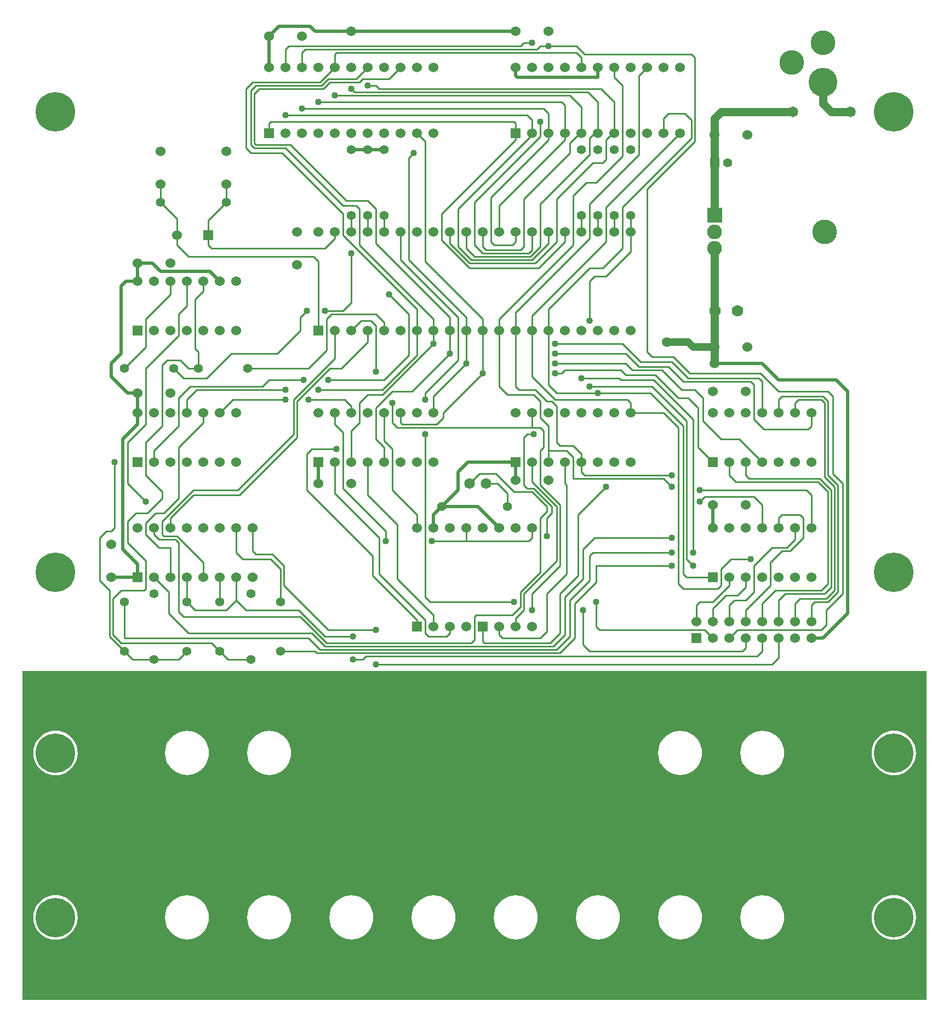
<source format=gbr>
G04 start of page 2 for group 0 idx 0 *
G04 Title: (unknown), top *
G04 Creator: pcb 20140316 *
G04 CreationDate: Fri 21 Oct 2016 04:41:03 PM GMT UTC *
G04 For: atommann *
G04 Format: Gerber/RS-274X *
G04 PCB-Dimensions (mil): 8000.00 8000.00 *
G04 PCB-Coordinate-Origin: lower left *
%MOIN*%
%FSLAX25Y25*%
%LNTOP*%
%ADD36C,0.0320*%
%ADD35C,0.2370*%
%ADD34C,0.0380*%
%ADD33C,0.1200*%
%ADD32C,0.1100*%
%ADD31C,0.1250*%
%ADD30C,0.1300*%
%ADD29C,0.0280*%
%ADD28C,0.0310*%
%ADD27C,0.0290*%
%ADD26C,0.0350*%
%ADD25C,0.0400*%
%ADD24C,0.2400*%
%ADD23C,0.1750*%
%ADD22C,0.1500*%
%ADD21C,0.0700*%
%ADD20C,0.0900*%
%ADD19C,0.0600*%
%ADD18C,0.0550*%
%ADD17C,0.0650*%
%ADD16C,0.0100*%
%ADD15C,0.0479*%
%ADD14C,0.0500*%
%ADD13C,0.0515*%
%ADD12C,0.0200*%
%ADD11C,0.0001*%
G54D11*G36*
X629979Y340000D02*X650000D01*
Y140000D01*
X629979D01*
Y176460D01*
X630000Y176458D01*
X632118Y176625D01*
X634185Y177121D01*
X636148Y177934D01*
X637960Y179045D01*
X639575Y180425D01*
X640955Y182040D01*
X642066Y183852D01*
X642879Y185815D01*
X643375Y187882D01*
X643500Y190000D01*
X643375Y192118D01*
X642879Y194185D01*
X642066Y196148D01*
X640955Y197960D01*
X639575Y199575D01*
X637960Y200955D01*
X636148Y202066D01*
X634185Y202879D01*
X632118Y203375D01*
X630000Y203542D01*
X629979Y203540D01*
Y276460D01*
X630000Y276458D01*
X632118Y276625D01*
X634185Y277121D01*
X636148Y277934D01*
X637960Y279045D01*
X639575Y280425D01*
X640955Y282040D01*
X642066Y283852D01*
X642879Y285815D01*
X643375Y287882D01*
X643500Y290000D01*
X643375Y292118D01*
X642879Y294185D01*
X642066Y296148D01*
X640955Y297960D01*
X639575Y299575D01*
X637960Y300955D01*
X636148Y302066D01*
X634185Y302879D01*
X632118Y303375D01*
X630000Y303542D01*
X629979Y303540D01*
Y340000D01*
G37*
G36*
X549979D02*X629979D01*
Y303540D01*
X627882Y303375D01*
X625815Y302879D01*
X623852Y302066D01*
X622040Y300955D01*
X620425Y299575D01*
X619045Y297960D01*
X617934Y296148D01*
X617121Y294185D01*
X616625Y292118D01*
X616458Y290000D01*
X616625Y287882D01*
X617121Y285815D01*
X617934Y283852D01*
X619045Y282040D01*
X620425Y280425D01*
X622040Y279045D01*
X623852Y277934D01*
X625815Y277121D01*
X627882Y276625D01*
X629979Y276460D01*
Y203540D01*
X627882Y203375D01*
X625815Y202879D01*
X623852Y202066D01*
X622040Y200955D01*
X620425Y199575D01*
X619045Y197960D01*
X617934Y196148D01*
X617121Y194185D01*
X616625Y192118D01*
X616458Y190000D01*
X616625Y187882D01*
X617121Y185815D01*
X617934Y183852D01*
X619045Y182040D01*
X620425Y180425D01*
X622040Y179045D01*
X623852Y177934D01*
X625815Y177121D01*
X627882Y176625D01*
X629979Y176460D01*
Y140000D01*
X549979D01*
Y176610D01*
X550000Y176609D01*
X552095Y176774D01*
X554138Y177264D01*
X556079Y178068D01*
X557871Y179166D01*
X559469Y180531D01*
X560834Y182129D01*
X561932Y183921D01*
X562736Y185862D01*
X563226Y187905D01*
X563350Y190000D01*
X563226Y192095D01*
X562736Y194138D01*
X561932Y196079D01*
X560834Y197871D01*
X559469Y199469D01*
X557871Y200834D01*
X556079Y201932D01*
X554138Y202736D01*
X552095Y203226D01*
X550000Y203391D01*
X549979Y203390D01*
Y276610D01*
X550000Y276609D01*
X552095Y276774D01*
X554138Y277264D01*
X556079Y278068D01*
X557871Y279166D01*
X559469Y280531D01*
X560834Y282129D01*
X561932Y283921D01*
X562736Y285862D01*
X563226Y287905D01*
X563350Y290000D01*
X563226Y292095D01*
X562736Y294138D01*
X561932Y296079D01*
X560834Y297871D01*
X559469Y299469D01*
X557871Y300834D01*
X556079Y301932D01*
X554138Y302736D01*
X552095Y303226D01*
X550000Y303391D01*
X549979Y303390D01*
Y340000D01*
G37*
G36*
X499979D02*X549979D01*
Y303390D01*
X547905Y303226D01*
X545862Y302736D01*
X543921Y301932D01*
X542129Y300834D01*
X540531Y299469D01*
X539166Y297871D01*
X538068Y296079D01*
X537264Y294138D01*
X536774Y292095D01*
X536609Y290000D01*
X536774Y287905D01*
X537264Y285862D01*
X538068Y283921D01*
X539166Y282129D01*
X540531Y280531D01*
X542129Y279166D01*
X543921Y278068D01*
X545862Y277264D01*
X547905Y276774D01*
X549979Y276610D01*
Y203390D01*
X547905Y203226D01*
X545862Y202736D01*
X543921Y201932D01*
X542129Y200834D01*
X540531Y199469D01*
X539166Y197871D01*
X538068Y196079D01*
X537264Y194138D01*
X536774Y192095D01*
X536609Y190000D01*
X536774Y187905D01*
X537264Y185862D01*
X538068Y183921D01*
X539166Y182129D01*
X540531Y180531D01*
X542129Y179166D01*
X543921Y178068D01*
X545862Y177264D01*
X547905Y176774D01*
X549979Y176610D01*
Y140000D01*
X499979D01*
Y176610D01*
X500000Y176609D01*
X502095Y176774D01*
X504138Y177264D01*
X506079Y178068D01*
X507871Y179166D01*
X509469Y180531D01*
X510834Y182129D01*
X511932Y183921D01*
X512736Y185862D01*
X513226Y187905D01*
X513350Y190000D01*
X513226Y192095D01*
X512736Y194138D01*
X511932Y196079D01*
X510834Y197871D01*
X509469Y199469D01*
X507871Y200834D01*
X506079Y201932D01*
X504138Y202736D01*
X502095Y203226D01*
X500000Y203391D01*
X499979Y203390D01*
Y276610D01*
X500000Y276609D01*
X502095Y276774D01*
X504138Y277264D01*
X506079Y278068D01*
X507871Y279166D01*
X509469Y280531D01*
X510834Y282129D01*
X511932Y283921D01*
X512736Y285862D01*
X513226Y287905D01*
X513350Y290000D01*
X513226Y292095D01*
X512736Y294138D01*
X511932Y296079D01*
X510834Y297871D01*
X509469Y299469D01*
X507871Y300834D01*
X506079Y301932D01*
X504138Y302736D01*
X502095Y303226D01*
X500000Y303391D01*
X499979Y303390D01*
Y340000D01*
G37*
G36*
X449979D02*X499979D01*
Y303390D01*
X497905Y303226D01*
X495862Y302736D01*
X493921Y301932D01*
X492129Y300834D01*
X490531Y299469D01*
X489166Y297871D01*
X488068Y296079D01*
X487264Y294138D01*
X486774Y292095D01*
X486609Y290000D01*
X486774Y287905D01*
X487264Y285862D01*
X488068Y283921D01*
X489166Y282129D01*
X490531Y280531D01*
X492129Y279166D01*
X493921Y278068D01*
X495862Y277264D01*
X497905Y276774D01*
X499979Y276610D01*
Y203390D01*
X497905Y203226D01*
X495862Y202736D01*
X493921Y201932D01*
X492129Y200834D01*
X490531Y199469D01*
X489166Y197871D01*
X488068Y196079D01*
X487264Y194138D01*
X486774Y192095D01*
X486609Y190000D01*
X486774Y187905D01*
X487264Y185862D01*
X488068Y183921D01*
X489166Y182129D01*
X490531Y180531D01*
X492129Y179166D01*
X493921Y178068D01*
X495862Y177264D01*
X497905Y176774D01*
X499979Y176610D01*
Y140000D01*
X449979D01*
Y176610D01*
X450000Y176609D01*
X452095Y176774D01*
X454138Y177264D01*
X456079Y178068D01*
X457871Y179166D01*
X459469Y180531D01*
X460834Y182129D01*
X461932Y183921D01*
X462736Y185862D01*
X463226Y187905D01*
X463350Y190000D01*
X463226Y192095D01*
X462736Y194138D01*
X461932Y196079D01*
X460834Y197871D01*
X459469Y199469D01*
X457871Y200834D01*
X456079Y201932D01*
X454138Y202736D01*
X452095Y203226D01*
X450000Y203391D01*
X449979Y203390D01*
Y340000D01*
G37*
G36*
X399979D02*X449979D01*
Y203390D01*
X447905Y203226D01*
X445862Y202736D01*
X443921Y201932D01*
X442129Y200834D01*
X440531Y199469D01*
X439166Y197871D01*
X438068Y196079D01*
X437264Y194138D01*
X436774Y192095D01*
X436609Y190000D01*
X436774Y187905D01*
X437264Y185862D01*
X438068Y183921D01*
X439166Y182129D01*
X440531Y180531D01*
X442129Y179166D01*
X443921Y178068D01*
X445862Y177264D01*
X447905Y176774D01*
X449979Y176610D01*
Y140000D01*
X399979D01*
Y176610D01*
X400000Y176609D01*
X402095Y176774D01*
X404138Y177264D01*
X406079Y178068D01*
X407871Y179166D01*
X409469Y180531D01*
X410834Y182129D01*
X411932Y183921D01*
X412736Y185862D01*
X413226Y187905D01*
X413350Y190000D01*
X413226Y192095D01*
X412736Y194138D01*
X411932Y196079D01*
X410834Y197871D01*
X409469Y199469D01*
X407871Y200834D01*
X406079Y201932D01*
X404138Y202736D01*
X402095Y203226D01*
X400000Y203391D01*
X399979Y203390D01*
Y340000D01*
G37*
G36*
X349979D02*X399979D01*
Y203390D01*
X397905Y203226D01*
X395862Y202736D01*
X393921Y201932D01*
X392129Y200834D01*
X390531Y199469D01*
X389166Y197871D01*
X388068Y196079D01*
X387264Y194138D01*
X386774Y192095D01*
X386609Y190000D01*
X386774Y187905D01*
X387264Y185862D01*
X388068Y183921D01*
X389166Y182129D01*
X390531Y180531D01*
X392129Y179166D01*
X393921Y178068D01*
X395862Y177264D01*
X397905Y176774D01*
X399979Y176610D01*
Y140000D01*
X349979D01*
Y176610D01*
X350000Y176609D01*
X352095Y176774D01*
X354138Y177264D01*
X356079Y178068D01*
X357871Y179166D01*
X359469Y180531D01*
X360834Y182129D01*
X361932Y183921D01*
X362736Y185862D01*
X363226Y187905D01*
X363350Y190000D01*
X363226Y192095D01*
X362736Y194138D01*
X361932Y196079D01*
X360834Y197871D01*
X359469Y199469D01*
X357871Y200834D01*
X356079Y201932D01*
X354138Y202736D01*
X352095Y203226D01*
X350000Y203391D01*
X349979Y203390D01*
Y340000D01*
G37*
G36*
X299979D02*X349979D01*
Y203390D01*
X347905Y203226D01*
X345862Y202736D01*
X343921Y201932D01*
X342129Y200834D01*
X340531Y199469D01*
X339166Y197871D01*
X338068Y196079D01*
X337264Y194138D01*
X336774Y192095D01*
X336609Y190000D01*
X336774Y187905D01*
X337264Y185862D01*
X338068Y183921D01*
X339166Y182129D01*
X340531Y180531D01*
X342129Y179166D01*
X343921Y178068D01*
X345862Y177264D01*
X347905Y176774D01*
X349979Y176610D01*
Y140000D01*
X299979D01*
Y176610D01*
X300000Y176609D01*
X302095Y176774D01*
X304138Y177264D01*
X306079Y178068D01*
X307871Y179166D01*
X309469Y180531D01*
X310834Y182129D01*
X311932Y183921D01*
X312736Y185862D01*
X313226Y187905D01*
X313350Y190000D01*
X313226Y192095D01*
X312736Y194138D01*
X311932Y196079D01*
X310834Y197871D01*
X309469Y199469D01*
X307871Y200834D01*
X306079Y201932D01*
X304138Y202736D01*
X302095Y203226D01*
X300000Y203391D01*
X299979Y203390D01*
Y340000D01*
G37*
G36*
X249979D02*X299979D01*
Y203390D01*
X297905Y203226D01*
X295862Y202736D01*
X293921Y201932D01*
X292129Y200834D01*
X290531Y199469D01*
X289166Y197871D01*
X288068Y196079D01*
X287264Y194138D01*
X286774Y192095D01*
X286609Y190000D01*
X286774Y187905D01*
X287264Y185862D01*
X288068Y183921D01*
X289166Y182129D01*
X290531Y180531D01*
X292129Y179166D01*
X293921Y178068D01*
X295862Y177264D01*
X297905Y176774D01*
X299979Y176610D01*
Y140000D01*
X249979D01*
Y176610D01*
X250000Y176609D01*
X252095Y176774D01*
X254138Y177264D01*
X256079Y178068D01*
X257871Y179166D01*
X259469Y180531D01*
X260834Y182129D01*
X261932Y183921D01*
X262736Y185862D01*
X263226Y187905D01*
X263350Y190000D01*
X263226Y192095D01*
X262736Y194138D01*
X261932Y196079D01*
X260834Y197871D01*
X259469Y199469D01*
X257871Y200834D01*
X256079Y201932D01*
X254138Y202736D01*
X252095Y203226D01*
X250000Y203391D01*
X249979Y203390D01*
Y276610D01*
X250000Y276609D01*
X252095Y276774D01*
X254138Y277264D01*
X256079Y278068D01*
X257871Y279166D01*
X259469Y280531D01*
X260834Y282129D01*
X261932Y283921D01*
X262736Y285862D01*
X263226Y287905D01*
X263350Y290000D01*
X263226Y292095D01*
X262736Y294138D01*
X261932Y296079D01*
X260834Y297871D01*
X259469Y299469D01*
X257871Y300834D01*
X256079Y301932D01*
X254138Y302736D01*
X252095Y303226D01*
X250000Y303391D01*
X249979Y303390D01*
Y340000D01*
G37*
G36*
X199979D02*X249979D01*
Y303390D01*
X247905Y303226D01*
X245862Y302736D01*
X243921Y301932D01*
X242129Y300834D01*
X240531Y299469D01*
X239166Y297871D01*
X238068Y296079D01*
X237264Y294138D01*
X236774Y292095D01*
X236609Y290000D01*
X236774Y287905D01*
X237264Y285862D01*
X238068Y283921D01*
X239166Y282129D01*
X240531Y280531D01*
X242129Y279166D01*
X243921Y278068D01*
X245862Y277264D01*
X247905Y276774D01*
X249979Y276610D01*
Y203390D01*
X247905Y203226D01*
X245862Y202736D01*
X243921Y201932D01*
X242129Y200834D01*
X240531Y199469D01*
X239166Y197871D01*
X238068Y196079D01*
X237264Y194138D01*
X236774Y192095D01*
X236609Y190000D01*
X236774Y187905D01*
X237264Y185862D01*
X238068Y183921D01*
X239166Y182129D01*
X240531Y180531D01*
X242129Y179166D01*
X243921Y178068D01*
X245862Y177264D01*
X247905Y176774D01*
X249979Y176610D01*
Y140000D01*
X199979D01*
Y176610D01*
X200000Y176609D01*
X202095Y176774D01*
X204138Y177264D01*
X206079Y178068D01*
X207871Y179166D01*
X209469Y180531D01*
X210834Y182129D01*
X211932Y183921D01*
X212736Y185862D01*
X213226Y187905D01*
X213350Y190000D01*
X213226Y192095D01*
X212736Y194138D01*
X211932Y196079D01*
X210834Y197871D01*
X209469Y199469D01*
X207871Y200834D01*
X206079Y201932D01*
X204138Y202736D01*
X202095Y203226D01*
X200000Y203391D01*
X199979Y203390D01*
Y276610D01*
X200000Y276609D01*
X202095Y276774D01*
X204138Y277264D01*
X206079Y278068D01*
X207871Y279166D01*
X209469Y280531D01*
X210834Y282129D01*
X211932Y283921D01*
X212736Y285862D01*
X213226Y287905D01*
X213350Y290000D01*
X213226Y292095D01*
X212736Y294138D01*
X211932Y296079D01*
X210834Y297871D01*
X209469Y299469D01*
X207871Y300834D01*
X206079Y301932D01*
X204138Y302736D01*
X202095Y303226D01*
X200000Y303391D01*
X199979Y303390D01*
Y340000D01*
G37*
G36*
X119979D02*X199979D01*
Y303390D01*
X197905Y303226D01*
X195862Y302736D01*
X193921Y301932D01*
X192129Y300834D01*
X190531Y299469D01*
X189166Y297871D01*
X188068Y296079D01*
X187264Y294138D01*
X186774Y292095D01*
X186609Y290000D01*
X186774Y287905D01*
X187264Y285862D01*
X188068Y283921D01*
X189166Y282129D01*
X190531Y280531D01*
X192129Y279166D01*
X193921Y278068D01*
X195862Y277264D01*
X197905Y276774D01*
X199979Y276610D01*
Y203390D01*
X197905Y203226D01*
X195862Y202736D01*
X193921Y201932D01*
X192129Y200834D01*
X190531Y199469D01*
X189166Y197871D01*
X188068Y196079D01*
X187264Y194138D01*
X186774Y192095D01*
X186609Y190000D01*
X186774Y187905D01*
X187264Y185862D01*
X188068Y183921D01*
X189166Y182129D01*
X190531Y180531D01*
X192129Y179166D01*
X193921Y178068D01*
X195862Y177264D01*
X197905Y176774D01*
X199979Y176610D01*
Y140000D01*
X119979D01*
Y176460D01*
X120000Y176458D01*
X122118Y176625D01*
X124185Y177121D01*
X126148Y177934D01*
X127960Y179045D01*
X129575Y180425D01*
X130955Y182040D01*
X132066Y183852D01*
X132879Y185815D01*
X133375Y187882D01*
X133500Y190000D01*
X133375Y192118D01*
X132879Y194185D01*
X132066Y196148D01*
X130955Y197960D01*
X129575Y199575D01*
X127960Y200955D01*
X126148Y202066D01*
X124185Y202879D01*
X122118Y203375D01*
X120000Y203542D01*
X119979Y203540D01*
Y276460D01*
X120000Y276458D01*
X122118Y276625D01*
X124185Y277121D01*
X126148Y277934D01*
X127960Y279045D01*
X129575Y280425D01*
X130955Y282040D01*
X132066Y283852D01*
X132879Y285815D01*
X133375Y287882D01*
X133500Y290000D01*
X133375Y292118D01*
X132879Y294185D01*
X132066Y296148D01*
X130955Y297960D01*
X129575Y299575D01*
X127960Y300955D01*
X126148Y302066D01*
X124185Y302879D01*
X122118Y303375D01*
X120000Y303542D01*
X119979Y303540D01*
Y340000D01*
G37*
G36*
X100000D02*X119979D01*
Y303540D01*
X117882Y303375D01*
X115815Y302879D01*
X113852Y302066D01*
X112040Y300955D01*
X110425Y299575D01*
X109045Y297960D01*
X107934Y296148D01*
X107121Y294185D01*
X106625Y292118D01*
X106458Y290000D01*
X106625Y287882D01*
X107121Y285815D01*
X107934Y283852D01*
X109045Y282040D01*
X110425Y280425D01*
X112040Y279045D01*
X113852Y277934D01*
X115815Y277121D01*
X117882Y276625D01*
X119979Y276460D01*
Y203540D01*
X117882Y203375D01*
X115815Y202879D01*
X113852Y202066D01*
X112040Y200955D01*
X110425Y199575D01*
X109045Y197960D01*
X107934Y196148D01*
X107121Y194185D01*
X106625Y192118D01*
X106458Y190000D01*
X106625Y187882D01*
X107121Y185815D01*
X107934Y183852D01*
X109045Y182040D01*
X110425Y180425D01*
X112040Y179045D01*
X113852Y177934D01*
X115815Y177121D01*
X117882Y176625D01*
X119979Y176460D01*
Y140000D01*
X100000D01*
Y340000D01*
G37*
G54D12*X160000Y533000D02*X154000Y527000D01*
Y519000D01*
X170000Y509000D02*X164000D01*
X154000Y519000D02*X164000Y509000D01*
X170000Y577000D02*X163000D01*
X160000Y574000D01*
Y533000D01*
X170000Y577000D02*Y588000D01*
X179000D02*X184000Y583000D01*
X170000Y588000D02*X179000D01*
X184000Y583000D02*X214000D01*
X220000Y577000D01*
X170000Y509000D02*Y490000D01*
X161000Y481000D01*
Y414000D01*
X170000Y405000D01*
Y397000D01*
X154000D01*
X280000Y454000D02*Y467000D01*
X350000Y427000D02*Y435000D01*
X355000Y440000D02*X377000D01*
X350000Y435000D02*X365000Y450000D01*
X377000Y440000D02*X390000Y427000D01*
X400000Y467000D02*Y456000D01*
X365000Y450000D02*Y461000D01*
X371000Y467000D01*
X400000D01*
X520000Y427000D02*Y441000D01*
X580000Y360000D02*X587000D01*
X602000Y375000D01*
Y510000D01*
X595000Y517000D01*
X560000D01*
X300000Y657000D02*X320000D01*
X250000Y707000D02*Y726000D01*
X256000Y732000D01*
X275000D01*
X278000Y729000D01*
X400000D01*
Y707000D02*Y702000D01*
X401000Y701000D01*
X450000D01*
Y707000D02*Y701000D01*
G54D13*X604000Y680000D02*X592000D01*
X587000Y685000D01*
Y695000D01*
G54D14*X568000Y680000D02*X525000D01*
X521000Y676000D01*
Y617000D02*Y676000D01*
Y597000D02*Y559000D01*
Y537000D01*
Y527000D02*Y537000D01*
G54D12*X560000Y517000D02*X550000Y527000D01*
X521000D01*
G54D15*X492000Y540000D02*X505000D01*
X508000Y537000D01*
X521000D01*
G54D16*X213000Y614000D02*X224000Y625000D01*
X194000Y615000D02*X184000Y625000D01*
X224000D02*Y636000D01*
X184000Y625000D02*Y636000D01*
X194000Y615000D02*Y599000D01*
X213000Y614000D02*Y599000D01*
X194000D02*X201000Y592000D01*
X213000Y599000D02*X215000Y597000D01*
X201000Y592000D02*X277000D01*
X228000Y505000D02*X220000Y497000D01*
X228000Y505000D02*X260000D01*
X206000Y511000D02*X260000D01*
X202000Y513000D02*X246000D01*
X290000Y530000D02*X265000Y505000D01*
X294000Y524000D02*X287000D01*
X280000Y547000D02*Y589000D01*
X284000Y559000D02*X295000D01*
X267000Y504000D02*X287000Y524000D01*
X274000D02*X237000D01*
X246000Y513000D02*X250000Y517000D01*
X271000D01*
X227000Y533000D02*X255000D01*
X273000Y559000D02*X269000Y555000D01*
Y547000D01*
X255000Y533000D01*
X205000Y566000D02*Y536000D01*
X207000Y534000D01*
Y524000D01*
X201000D01*
X190000Y569000D02*X175000Y554000D01*
X227000Y533000D02*X212000Y518000D01*
X198000D01*
X190000Y577000D02*Y569000D01*
X210000Y577000D02*Y571000D01*
X205000Y566000D01*
X200000Y577000D02*Y562000D01*
X195000Y557000D01*
Y544000D01*
X201000Y524000D02*X196000Y529000D01*
X188000D01*
X195000Y544000D02*X175000Y524000D01*
X188000Y529000D02*X185000Y526000D01*
X175000Y554000D02*Y537000D01*
X162000Y524000D01*
X175000D02*Y490000D01*
X185000Y489000D02*Y526000D01*
X195000Y489000D02*Y506000D01*
X202000Y513000D01*
X198000Y518000D02*X192000Y524000D01*
X200000Y505000D02*X206000Y511000D01*
X215000Y597000D02*X284000D01*
X290000Y603000D02*X284000Y597000D01*
X277000Y592000D02*X280000Y589000D01*
X258000Y655000D02*X295000Y618000D01*
X258000Y655000D02*X239000D01*
X236000Y658000D01*
X295000Y623000D02*X260000Y658000D01*
X241000D01*
X239000Y660000D01*
X263000D02*X242000D01*
X241000Y661000D01*
X310000Y447000D02*Y467000D01*
X340000Y435000D02*X325000Y450000D01*
Y475000D01*
X310000Y447000D02*X328000Y429000D01*
X320000Y476000D02*Y467000D01*
X321000Y425000D02*Y419000D01*
X313000Y410000D02*Y398000D01*
X340000Y371000D01*
Y367000D01*
X201000Y363000D02*X276000D01*
X198000Y373000D02*X269000D01*
X286000Y365000D02*X315000D01*
X267000Y504000D02*Y482000D01*
X232000Y447000D01*
X265000Y484000D02*X231000Y450000D01*
X265000Y505000D02*Y484000D01*
X325000Y475000D02*X320000Y480000D01*
X305000Y491000D02*X300000Y486000D01*
X315000Y481000D02*X320000Y476000D01*
X300000Y467000D02*Y486000D01*
X295000Y485000D02*Y451000D01*
X290000Y497000D02*Y490000D01*
X295000Y485000D01*
X291000Y475000D02*X276000D01*
X273000Y472000D01*
Y450000D01*
X320000Y480000D02*Y497000D01*
X305000Y503000D02*Y491000D01*
X315000Y500000D02*Y481000D01*
X328000Y488000D02*X325000Y491000D01*
X290000Y467000D02*Y448000D01*
X317000Y421000D01*
X295000Y451000D02*X321000Y425000D01*
X273000Y450000D02*X313000Y410000D01*
X210000Y497000D02*Y491000D01*
X195000Y476000D01*
X200000Y497000D02*Y505000D01*
X195000Y476000D02*Y445000D01*
X175000Y490000D02*X164000Y479000D01*
X185000Y489000D02*X175000Y479000D01*
X180000Y474000D02*X195000Y489000D01*
X164000Y479000D02*Y454000D01*
X175000Y479000D02*Y459000D01*
X180000Y467000D02*Y474000D01*
X164000Y454000D02*X175000Y443000D01*
Y459000D02*X185000Y449000D01*
Y445000D01*
X156000Y467000D02*Y427000D01*
X230000D02*Y412000D01*
X234000Y408000D01*
X240000Y427000D02*Y413000D01*
X257000Y402000D02*Y382000D01*
X259000Y404000D02*Y392000D01*
X286000Y365000D01*
X230000Y383000D02*X236000Y377000D01*
X268000D01*
X234000Y408000D02*X251000D01*
X257000Y402000D01*
X240000Y413000D02*X242000Y411000D01*
X252000D01*
X259000Y404000D01*
X408000Y419000D02*X349000D01*
X190000Y397000D02*Y415000D01*
X210000Y406000D02*Y397000D01*
X317000Y399000D02*Y421000D01*
X360000Y367000D02*Y363000D01*
X358000Y361000D01*
X347000D01*
X345000Y363000D01*
Y371000D01*
X380000Y358000D02*X381000Y357000D01*
X375000Y359000D02*X373000Y357000D01*
X285000D01*
X284000Y355000D02*X423000D01*
X281000Y353000D02*X425000D01*
X279000Y351000D02*X427000D01*
X345000Y371000D02*X317000Y399000D01*
X345000Y385000D02*X348000Y382000D01*
X403000Y388000D02*X415000Y400000D01*
X405000Y387000D02*X425000Y407000D01*
X410000Y387000D02*X427000Y404000D01*
X410000Y377000D02*Y387000D01*
X276000Y363000D02*X284000Y355000D01*
X257000Y352000D02*X278000D01*
X274000Y360000D02*X281000Y353000D01*
X268000Y377000D02*X284000Y361000D01*
X269000Y373000D02*X285000Y357000D01*
X284000Y361000D02*X301000D01*
X278000Y352000D02*X279000Y351000D01*
X301000Y347000D02*X307000D01*
X309000Y349000D01*
X348000Y382000D02*X399000D01*
X375000Y359000D02*Y373000D01*
X376000Y374000D01*
X398000D01*
X405000Y387000D02*Y377000D01*
X400000Y372000D01*
Y367000D01*
X403000Y379000D02*X398000Y374000D01*
X403000Y379000D02*Y388000D01*
X167000Y347000D02*X195000D01*
X239000D02*X225000D01*
X200000Y382000D02*Y397000D01*
Y382000D02*X205000Y377000D01*
X224000D01*
X230000Y383000D01*
Y397000D01*
X220000D02*Y382000D01*
X195000Y418000D02*Y376000D01*
X198000Y373000D01*
X194000Y422000D02*X210000Y406000D01*
X180000Y397000D02*X189000Y388000D01*
Y375000D01*
X175000Y407000D02*Y390000D01*
X190000Y433000D02*X204000Y447000D01*
X232000D01*
X204000Y450000D02*X185000Y431000D01*
X195000Y445000D02*X186000Y436000D01*
X181000D01*
X185000Y445000D02*X176000Y436000D01*
X231000Y450000D02*X204000D01*
X190000Y427000D02*Y433000D01*
X185000Y431000D02*Y423000D01*
X195000Y418000D02*X193000Y420000D01*
X183000D01*
X185000Y423000D02*X186000Y422000D01*
X194000D01*
X183000Y415000D02*X190000D01*
X180000Y427000D02*Y423000D01*
X183000Y420000D01*
X175000Y430000D02*Y423000D01*
X181000Y436000D02*X175000Y430000D01*
Y423000D02*X183000Y415000D01*
X176000Y436000D02*X169000D01*
X164000Y431000D01*
Y418000D01*
X156000Y427000D02*X154000Y425000D01*
X151000D01*
X147000Y421000D01*
X164000Y418000D02*X175000Y407000D01*
X147000Y421000D02*Y395000D01*
X153000Y389000D01*
X195000Y347000D02*X200000Y352000D01*
X225000Y347000D02*X215000Y357000D01*
X189000Y375000D02*X201000Y363000D01*
X162000Y382000D02*Y360000D01*
X175000Y390000D02*X174000Y389000D01*
X160000D01*
X155000Y384000D01*
Y362000D01*
X162000Y360000D02*X274000D01*
X160000Y357000D02*X215000D01*
X155000Y362000D02*X160000Y357000D01*
X167000Y347000D02*X153000Y361000D01*
Y389000D01*
X427000Y387000D02*X438000Y398000D01*
X419000Y387000D02*X431000Y399000D01*
X438000Y398000D02*Y435000D01*
X430000Y385000D02*X441000Y396000D01*
Y414000D01*
X419000Y433000D02*Y422000D01*
X410000Y421000D02*Y427000D01*
X370000D02*Y419000D01*
X340000Y427000D02*Y435000D01*
X425000Y407000D02*Y440000D01*
X415000Y433000D02*Y400000D01*
X425000Y501000D02*Y479000D01*
X427000Y477000D01*
X435000D01*
X410000Y497000D02*Y488000D01*
X411000Y484000D02*X407000D01*
X405000Y482000D01*
X415000Y488000D02*X417000Y486000D01*
X328000Y488000D02*X415000D01*
X328000Y429000D02*Y396000D01*
X350000Y374000D01*
Y367000D02*Y374000D01*
X345000Y484000D02*Y385000D01*
X380000Y367000D02*Y358000D01*
X390000Y362000D02*X392000Y360000D01*
X390000Y367000D02*Y362000D01*
X427000Y363000D02*Y387000D01*
X423000Y355000D02*X430000Y362000D01*
Y385000D01*
X427000Y363000D02*X421000Y357000D01*
X419000Y364000D02*Y387000D01*
X415000Y360000D02*X419000Y364000D01*
X392000Y360000D02*X415000D01*
X381000Y357000D02*X421000D01*
X451000Y365000D02*X449000Y367000D01*
Y382000D01*
X410000Y467000D02*Y455000D01*
X405000Y482000D02*Y453000D01*
X420000Y467000D02*Y489000D01*
X417000Y486000D02*Y476000D01*
X415000Y474000D01*
Y453000D01*
X405000D02*X407000Y451000D01*
X411000D01*
X422000Y440000D01*
Y436000D01*
X419000Y433000D01*
X410000Y455000D02*X425000Y440000D01*
X508000Y493000D02*Y412000D01*
X504000Y492000D02*Y408000D01*
X502000Y489000D02*Y399000D01*
X499000Y488000D02*Y393000D01*
X309000Y349000D02*X547000D01*
X425000Y353000D02*X433000Y361000D01*
X427000Y351000D02*X436000Y360000D01*
X441000Y356000D02*X445000Y352000D01*
X315000Y344000D02*X556000D01*
X540000Y354000D02*Y360000D01*
X523000Y390000D02*X525000Y392000D01*
X499000Y393000D02*X502000Y390000D01*
X523000D02*X502000D01*
X525000Y392000D02*Y402000D01*
X531000Y408000D01*
X543000D01*
X504000D02*X508000Y404000D01*
X502000Y399000D02*X504000Y397000D01*
X520000D02*X504000D01*
X515000Y446000D02*X545000D01*
X550000Y441000D01*
Y427000D01*
X433000Y361000D02*Y383000D01*
X445000Y395000D01*
X436000Y360000D02*Y381000D01*
X449000Y394000D01*
X441000Y377000D02*Y356000D01*
X512000Y443000D02*X515000Y446000D01*
X435000Y457000D02*X490000D01*
X495000Y452000D01*
Y412000D02*X447000D01*
X445000Y410000D01*
Y395000D01*
X449000Y404000D02*X495000D01*
X449000Y394000D02*Y404000D01*
X415000Y453000D02*X427000Y441000D01*
Y404000D01*
X547000Y349000D02*X550000Y352000D01*
X556000Y344000D02*X560000Y348000D01*
Y360000D01*
X550000Y352000D02*Y360000D01*
X535000Y365000D02*X530000Y360000D01*
X445000Y352000D02*X538000D01*
X540000Y354000D01*
X520000Y360000D02*X515000Y365000D01*
X451000D01*
X520000Y467000D02*X511000Y476000D01*
X490000Y497000D02*X470000D01*
X490000D02*X499000Y488000D01*
X511000Y476000D02*Y500000D01*
X525000Y481000D02*X514000Y492000D01*
X430000Y454000D02*Y467000D01*
X431000Y453000D02*X430000Y454000D01*
X420000Y474000D02*X431000D01*
X419000Y440000D02*X410000Y449000D01*
X395000Y448000D02*Y440000D01*
X389000Y454000D02*X395000Y448000D01*
X382000Y454000D02*X389000D01*
X399000Y449000D02*X388000Y460000D01*
X378000D01*
X372000Y454000D01*
X438000Y435000D02*X455000Y452000D01*
X448000Y421000D02*X495000D01*
X435000Y477000D02*X440000Y472000D01*
X435000Y470000D02*X431000Y474000D01*
X442000Y459000D02*X440000Y461000D01*
X435000Y470000D02*Y457000D01*
X440000Y472000D02*Y461000D01*
X495000Y459000D02*X442000D01*
X408000Y419000D02*X410000Y421000D01*
Y449000D02*X399000D01*
X415000Y433000D02*X419000Y437000D01*
Y440000D01*
X431000Y399000D02*Y453000D01*
X441000Y414000D02*X448000Y421000D01*
X550000Y467000D02*X536000Y481000D01*
X530000Y467000D02*Y459000D01*
X534000Y455000D01*
X540000Y467000D02*Y459000D01*
X542000Y457000D01*
X545000Y493000D02*X551000Y487000D01*
X536000Y481000D02*X525000D01*
X514000Y492000D02*Y506000D01*
X543000Y516000D02*X502000D01*
X548000Y518000D02*X505000D01*
X545000Y493000D02*Y514000D01*
X543000Y516000D01*
X550000Y497000D02*Y516000D01*
X548000Y518000D01*
X549000Y521000D02*X560000Y510000D01*
X506000Y521000D02*X549000D01*
X551000Y487000D02*X578000D01*
X580000Y489000D01*
X586000Y505000D02*X588000Y503000D01*
X587000Y507000D02*X590000Y504000D01*
X588000Y503000D02*Y458000D01*
X590000Y504000D02*Y459000D01*
X593000Y507000D02*Y460000D01*
X580000Y489000D02*Y497000D01*
X570000D02*Y503000D01*
X572000Y505000D01*
X586000D01*
X560000Y497000D02*Y505000D01*
X562000Y507000D01*
X587000D01*
X560000Y510000D02*X590000D01*
X593000Y507000D01*
X530000Y397000D02*Y392000D01*
X520000Y382000D01*
X512000D02*X510000Y380000D01*
X533000Y383000D02*X530000Y380000D01*
X540000Y397000D02*Y391000D01*
X535000Y386000D01*
X528000D01*
X545000Y388000D02*X540000Y383000D01*
X533000D01*
X520000Y382000D02*X512000D01*
X510000Y380000D02*Y370000D01*
X528000Y386000D02*X520000Y378000D01*
Y370000D01*
X530000Y380000D02*Y370000D01*
X570000Y427000D02*Y420000D01*
X560000Y427000D02*Y433000D01*
X562000Y435000D01*
X575000Y433000D02*Y421000D01*
X512000Y450000D02*X577000D01*
X562000Y435000D02*X573000D01*
X575000Y433000D01*
X580000Y447000D02*Y427000D01*
X570000Y420000D02*X565000Y415000D01*
X575000Y421000D02*X567000Y413000D01*
X565000Y415000D02*X556000D01*
X545000Y404000D01*
X567000Y413000D02*X562000D01*
X555000Y406000D01*
X545000Y404000D02*Y388000D01*
X555000Y406000D02*Y392000D01*
X586000Y389000D02*X558000D01*
X588000Y387000D02*X564000D01*
X589000Y384000D02*X573000D01*
X570000Y381000D01*
X590000Y382000D02*X582000D01*
X580000Y380000D01*
X590000Y449000D02*Y393000D01*
X586000Y389000D01*
X592000Y450000D02*Y391000D01*
X588000Y387000D01*
X594000Y452000D02*Y389000D01*
X596000Y453000D02*Y388000D01*
X599000Y454000D02*Y387000D01*
X594000Y389000D02*X589000Y384000D01*
X596000Y388000D02*X590000Y382000D01*
X599000Y387000D02*X589000Y377000D01*
Y368000D01*
X586000Y365000D01*
X555000Y392000D02*X540000Y377000D01*
Y370000D01*
X558000Y389000D02*X550000Y381000D01*
Y370000D01*
X564000Y387000D02*X560000Y383000D01*
Y370000D01*
X570000Y381000D02*Y370000D01*
X580000Y380000D02*Y370000D01*
X586000Y365000D02*X535000D01*
X534000Y455000D02*X584000D01*
X542000Y457000D02*X585000D01*
X584000Y455000D02*X590000Y449000D01*
X585000Y457000D02*X592000Y450000D01*
X588000Y458000D02*X594000Y452000D01*
X577000Y450000D02*X580000Y447000D01*
X590000Y459000D02*X596000Y453000D01*
X593000Y460000D02*X599000Y454000D01*
X480000Y707000D02*X475000Y702000D01*
X503000Y679000D02*X493000D01*
X490000Y676000D01*
Y667000D01*
X507000Y675000D02*X503000Y679000D01*
X445000Y624000D02*X475000Y654000D01*
X500000Y667000D02*X455000Y622000D01*
X509000Y662000D02*X480000Y633000D01*
X507000Y664000D02*X465000Y622000D01*
X442000Y715000D02*X507000D01*
X509000Y713000D01*
Y662000D01*
X507000Y675000D02*Y664000D01*
X475000Y702000D02*Y654000D01*
X455000Y663000D02*X460000Y668000D01*
X445000Y654000D02*Y664000D01*
X450000Y669000D01*
X460000Y668000D02*Y686000D01*
X450000D02*Y669000D01*
X433000Y655000D02*Y661000D01*
X440000Y668000D01*
Y683000D01*
X433000Y690000D01*
X453000Y585000D02*X465000Y597000D01*
X460000Y701000D02*X465000Y696000D01*
Y653000D01*
X460000Y707000D02*Y701000D01*
X445000Y603000D02*Y624000D01*
X425000Y601000D02*Y627000D01*
X430000Y607000D02*Y601000D01*
X435000Y629000D02*X443000Y637000D01*
X449000D01*
X425000Y627000D02*X447000Y649000D01*
X453000D01*
X385000Y628000D02*X420000Y663000D01*
X435000Y629000D02*Y599000D01*
X449000Y637000D02*X465000Y653000D01*
X453000Y649000D02*X455000Y651000D01*
Y663000D01*
X405000Y598000D02*Y627000D01*
X415000Y598000D02*Y624000D01*
X470000Y617000D02*Y595000D01*
X455000Y601000D02*Y622000D01*
X465000Y597000D02*Y622000D01*
X440000Y707000D02*Y713000D01*
X437000Y716000D01*
X415000Y720000D02*X413000Y718000D01*
X410000Y722000D02*X405000D01*
X403000Y720000D01*
X399000Y674000D02*X400000Y673000D01*
Y663000D01*
X410000Y675000D02*X407000Y678000D01*
X410000Y666000D02*Y675000D01*
X415000Y665000D02*Y674000D01*
X420000Y679000D02*X417000Y682000D01*
X420000Y663000D02*Y679000D01*
X430000Y684000D02*X428000Y686000D01*
X430000Y663000D02*Y684000D01*
X290000Y607000D02*Y603000D01*
X295000Y618000D02*Y605000D01*
X315000Y600000D02*Y621000D01*
X305000Y599000D02*Y621000D01*
X330000Y607000D02*Y590000D01*
X290000Y530000D02*Y547000D01*
X288000Y557000D02*X285000Y554000D01*
Y535000D01*
X274000Y524000D01*
X300000Y501000D02*X296000Y505000D01*
X300000Y497000D02*Y501000D01*
X296000Y505000D02*X274000D01*
X310000Y540000D02*X294000Y524000D01*
X310000Y508000D02*X305000Y503000D01*
X280000Y511000D02*X319000D01*
X286000Y517000D02*X320000D01*
X310000Y508000D02*X319000D01*
X325000Y510000D02*X315000Y500000D01*
X325000Y491000D02*Y503000D01*
X315000Y550000D02*Y522000D01*
Y557000D02*X288000D01*
X350000Y554000D02*X305000Y599000D01*
X335000Y557000D02*X323000Y569000D01*
X300000Y564000D02*X295000Y559000D01*
X340000Y560000D02*Y532000D01*
X360000Y555000D02*Y533000D01*
X350000Y554000D02*Y539000D01*
X330000Y590000D02*X365000Y555000D01*
X295000Y605000D02*X340000Y560000D01*
X360000Y555000D02*X315000Y600000D01*
X300000Y594000D02*Y564000D01*
X320000Y547000D02*Y552000D01*
X315000Y557000D01*
X310000Y547000D02*Y540000D01*
X300000Y547000D02*X306000Y553000D01*
X312000D01*
X315000Y550000D01*
X340000Y532000D02*X319000Y511000D01*
X320000Y517000D02*X335000Y532000D01*
Y557000D01*
X350000Y539000D02*X319000Y508000D01*
X337000Y510000D02*X325000D01*
X370000Y555000D02*Y527000D01*
X365000Y555000D02*Y529000D01*
X380000Y554000D02*Y521000D01*
X390000Y554000D02*Y513000D01*
X400000Y558000D02*Y513000D01*
X410000Y556000D02*Y519000D01*
X420000Y560000D02*Y514000D01*
X390000Y513000D02*X395000Y508000D01*
X411000D01*
X415000Y504000D01*
Y494000D02*Y504000D01*
X400000Y513000D02*X402000Y511000D01*
X412000D01*
X419000Y504000D01*
X422000D01*
X425000Y501000D01*
X410000Y519000D02*X424000Y505000D01*
X420000Y514000D02*X425000Y509000D01*
X330000Y497000D02*Y491000D01*
X331000Y490000D01*
X360000Y533000D02*X337000Y510000D01*
X370000Y527000D02*X350000Y507000D01*
X365000Y529000D02*X345000Y509000D01*
X380000Y521000D02*X356000Y497000D01*
X331000Y490000D02*X352000D01*
X356000Y494000D01*
X350000Y507000D02*Y497000D01*
X345000Y509000D02*Y505000D01*
X356000Y497000D02*Y494000D01*
X445000Y585000D02*X453000D01*
X470000Y595000D02*X455000Y580000D01*
X448000D01*
X480000Y633000D02*Y534000D01*
X400000Y601000D02*X398000Y599000D01*
X387000D01*
X382000Y596000D02*X403000D01*
X408000Y594000D02*X380000D01*
X375000Y599000D01*
X409000Y592000D02*X375000D01*
X387000Y599000D02*X385000Y601000D01*
Y628000D01*
X410000Y590000D02*X373000D01*
X412000Y588000D02*X372000D01*
X414000Y585000D02*X372000D01*
X380000Y607000D02*Y598000D01*
X382000Y596000D01*
X370000Y607000D02*Y597000D01*
X375000Y592000D01*
X365000Y598000D02*Y621000D01*
X375000Y599000D02*Y625000D01*
X373000Y590000D02*X365000Y598000D01*
X372000Y588000D02*X360000Y600000D01*
Y607000D01*
X372000Y585000D02*X355000Y602000D01*
Y618000D01*
X380000Y554000D02*X345000Y589000D01*
X370000Y555000D02*X335000Y590000D01*
Y652000D02*X338000Y655000D01*
X335000Y590000D02*Y652000D01*
X345000Y589000D02*Y662000D01*
X400000Y607000D02*Y601000D01*
X403000Y596000D02*X405000Y598000D01*
X410000Y607000D02*Y596000D01*
X408000Y594000D01*
X415000Y598000D02*X409000Y592000D01*
X420000Y607000D02*Y600000D01*
X410000Y590000D01*
X435000Y599000D02*X390000Y554000D01*
X430000Y601000D02*X414000Y585000D01*
X425000Y601000D02*X412000Y588000D01*
X420000Y560000D02*X445000Y585000D01*
X448000Y580000D02*X445000Y577000D01*
Y553000D01*
X455000Y601000D02*X410000Y556000D01*
X400000Y558000D02*X445000Y603000D01*
X467000Y533000D02*X475000Y525000D01*
X470000Y497000D02*Y503000D01*
X468000Y505000D01*
X476000Y528000D02*X465000Y539000D01*
X489000Y523000D02*X471000D01*
X485000Y520000D02*X467000D01*
X484000Y517000D02*X464000D01*
X467000Y520000D02*X464000Y523000D01*
X505000Y506000D02*X511000Y500000D01*
X489000Y523000D02*X501000Y511000D01*
X502000Y516000D02*X493000Y525000D01*
X499000Y506000D02*X485000Y520000D01*
X480000Y534000D02*X483000Y531000D01*
X496000D01*
X495000Y528000D02*X476000D01*
X493000Y525000D02*X475000D01*
X506000Y521000D02*X496000Y531000D01*
X505000Y518000D02*X495000Y528000D01*
X501000Y511000D02*X509000D01*
X514000Y506000D01*
X499000D02*X505000D01*
X508000Y493000D02*X484000Y517000D01*
X482000Y509000D02*X502000Y489000D01*
X483000Y513000D02*X504000Y492000D01*
X424000Y527000D02*X467000D01*
X471000Y523000D01*
X463000Y518000D02*X464000Y517000D01*
X440000Y518000D02*X463000D01*
X428000Y521000D02*X430000Y523000D01*
X464000D01*
X424000Y533000D02*X467000D01*
X424000Y539000D02*X465000D01*
X425000Y509000D02*X482000D01*
X445000Y513000D02*X483000D01*
X468000Y505000D02*X424000D01*
X420000Y489000D02*X415000Y494000D01*
X424000Y521000D02*X428000D01*
X320000Y607000D02*Y617000D01*
X310000Y607000D02*Y617000D01*
X300000Y607000D02*Y617000D01*
X460000Y607000D02*Y617000D01*
X450000Y607000D02*Y617000D01*
X440000Y607000D02*Y617000D01*
X365000Y621000D02*X410000Y666000D01*
X355000Y618000D02*X400000Y663000D01*
X390000Y607000D02*Y623000D01*
X345000Y662000D02*X340000Y667000D01*
X415000Y665000D02*X375000Y625000D01*
X430000Y663000D02*X390000Y623000D01*
X433000Y655000D02*X405000Y627000D01*
X445000Y654000D02*X415000Y624000D01*
X295000Y623000D02*X303000D01*
X297000Y626000D02*X263000Y660000D01*
X303000Y623000D02*X305000Y621000D01*
X297000Y626000D02*X310000D01*
X315000Y621000D01*
X302000Y692000D02*X444000D01*
X450000Y686000D01*
X452000Y694000D02*X460000Y686000D01*
X317000Y694000D02*X452000D01*
X251000Y674000D02*X399000D01*
X407000Y678000D02*X260000D01*
X417000Y682000D02*X270000D01*
X280000Y686000D02*X428000D01*
X433000Y690000D02*X290000D01*
X300000Y694000D02*X302000Y692000D01*
X310000Y696000D02*X315000D01*
X310000Y707000D02*X303000Y700000D01*
X323000D02*X330000Y707000D01*
X315000Y696000D02*X317000Y694000D01*
X437000Y716000D02*X291000D01*
X413000Y718000D02*X272000D01*
X270000Y716000D01*
X403000Y720000D02*X262000D01*
X260000Y718000D01*
X415000Y720000D02*X437000D01*
X270000Y716000D02*Y707000D01*
X260000Y718000D02*Y707000D01*
X291000Y716000D02*X290000Y715000D01*
Y707000D01*
X323000Y700000D02*X307000D01*
X283000Y694000D02*X287000Y698000D01*
X305000D01*
X437000Y720000D02*X442000Y715000D01*
X282000Y696000D02*X286000Y700000D01*
X281000Y698000D02*X290000Y707000D01*
X236000Y694000D02*X240000Y698000D01*
X239000Y693000D02*X242000Y696000D01*
X241000Y691000D02*X244000Y694000D01*
X305000Y698000D02*X307000Y700000D01*
X286000D02*X303000D01*
X281000Y698000D02*X240000D01*
X282000Y696000D02*X242000D01*
X283000Y694000D02*X244000D01*
X236000D02*Y658000D01*
X239000Y693000D02*Y660000D01*
X241000Y691000D02*Y661000D01*
X250000Y667000D02*Y673000D01*
X251000Y674000D01*
G54D17*X372000Y454000D03*
X382000D03*
G54D18*X355000Y440000D03*
X395000D03*
G54D11*G36*
X337000Y370000D02*Y364000D01*
X343000D01*
Y370000D01*
X337000D01*
G37*
G54D19*X350000Y367000D03*
X360000D03*
X370000D03*
G54D11*G36*
X377000Y370000D02*Y364000D01*
X383000D01*
Y370000D01*
X377000D01*
G37*
G54D19*X390000Y367000D03*
X400000D03*
X410000D03*
X370000Y427000D03*
X410000D03*
X400000D03*
X390000D03*
X380000D03*
X360000D03*
X350000D03*
X340000D03*
G54D11*G36*
X277000Y470000D02*Y464000D01*
X283000D01*
Y470000D01*
X277000D01*
G37*
G54D19*X290000Y467000D03*
X300000D03*
X310000D03*
X320000D03*
X330000D03*
X280000Y454000D03*
X300000D03*
G54D11*G36*
X397000Y470000D02*Y464000D01*
X403000D01*
Y470000D01*
X397000D01*
G37*
G54D19*X400000Y497000D03*
X340000Y467000D03*
X350000D03*
Y497000D03*
X340000D03*
X520000Y510000D03*
X521000Y666000D03*
Y537000D03*
G54D11*G36*
X518314Y651750D02*Y646250D01*
X523814D01*
Y651750D01*
X518314D01*
G37*
G54D19*X540000Y510000D03*
X541000Y537000D03*
G54D20*X521000Y607000D03*
Y597000D03*
G54D18*X528936Y649000D03*
G54D21*X521111Y559000D03*
X534889D03*
G54D11*G36*
X516500Y621500D02*Y612500D01*
X525500D01*
Y621500D01*
X516500D01*
G37*
G54D18*X470000Y617000D03*
X460000D03*
X450000D03*
X440000D03*
G54D19*X470000Y607000D03*
G54D22*X588000D03*
G54D19*X460000D03*
X450000D03*
X440000D03*
X430000D03*
X420000D03*
G54D18*X470000Y657000D03*
X460000D03*
X450000D03*
X440000D03*
G54D19*X520000Y441000D03*
X400000Y456000D03*
X420000D03*
X410000Y467000D03*
X420000D03*
X430000D03*
X440000D03*
X450000D03*
X460000D03*
X470000D03*
Y497000D03*
X460000D03*
X450000D03*
X440000D03*
X430000D03*
X420000D03*
X410000D03*
X360000Y547000D03*
X370000D03*
X380000D03*
X390000D03*
X400000D03*
X410000D03*
X420000D03*
X430000D03*
X440000D03*
X450000D03*
X460000D03*
X470000D03*
X540000Y441000D03*
X560000Y467000D03*
X570000D03*
X580000D03*
G54D11*G36*
X517000Y470000D02*Y464000D01*
X523000D01*
Y470000D01*
X517000D01*
G37*
G54D19*X530000Y467000D03*
X540000D03*
X550000D03*
X580000Y497000D03*
X570000D03*
X560000D03*
X550000D03*
X540000D03*
X530000D03*
X520000D03*
G54D17*X568500Y680000D03*
G54D19*X541000Y666000D03*
G54D23*X587000Y698000D03*
G54D22*Y722000D03*
X568000Y710000D03*
G54D17*X603500Y680000D03*
G54D24*X630000D03*
G54D19*X280000Y667000D03*
X290000D03*
X300000D03*
X310000D03*
X320000D03*
X330000D03*
Y707000D03*
X320000D03*
X310000D03*
X300000D03*
X290000D03*
X280000D03*
X340000Y667000D03*
X350000D03*
Y707000D03*
X340000D03*
G54D11*G36*
X397000Y670000D02*Y664000D01*
X403000D01*
Y670000D01*
X397000D01*
G37*
G54D19*X410000Y667000D03*
X420000D03*
X430000D03*
Y707000D03*
X420000D03*
X410000D03*
X400000D03*
X440000Y667000D03*
X450000D03*
X460000D03*
X470000D03*
X480000D03*
X490000D03*
X500000D03*
Y707000D03*
X490000D03*
X480000D03*
X470000D03*
X460000D03*
X450000D03*
X440000D03*
G54D11*G36*
X507000Y363000D02*Y357000D01*
X513000D01*
Y363000D01*
X507000D01*
G37*
G54D19*X510000Y370000D03*
X520000Y360000D03*
Y370000D03*
X530000Y360000D03*
Y370000D03*
X540000Y360000D03*
Y370000D03*
G54D11*G36*
X517000Y400000D02*Y394000D01*
X523000D01*
Y400000D01*
X517000D01*
G37*
G54D19*X530000Y397000D03*
X540000D03*
X550000D03*
X560000D03*
X570000D03*
X580000D03*
G54D24*X630000Y290000D03*
Y400000D03*
G54D19*X550000Y360000D03*
Y370000D03*
X560000Y360000D03*
X570000D03*
X580000D03*
X560000Y370000D03*
X570000D03*
X580000D03*
Y427000D03*
X570000D03*
X560000D03*
X550000D03*
X540000D03*
X530000D03*
X520000D03*
G54D24*X630000Y190000D03*
G54D19*X154000Y397000D03*
Y417000D03*
G54D11*G36*
X167000Y400000D02*Y394000D01*
X173000D01*
Y400000D01*
X167000D01*
G37*
G54D19*X180000Y397000D03*
X190000D03*
X170000Y427000D03*
G54D18*X180000Y347000D03*
Y387000D03*
X162000Y352000D03*
Y382000D03*
G54D19*X210000Y427000D03*
X200000D03*
X190000D03*
X180000D03*
G54D18*X200000Y382000D03*
G54D24*X120000Y400000D03*
Y290000D03*
Y190000D03*
G54D11*G36*
X167000Y470000D02*Y464000D01*
X173000D01*
Y470000D01*
X167000D01*
G37*
G54D19*X180000Y467000D03*
X190000D03*
X200000D03*
X210000D03*
X220000D03*
X230000D03*
X200000Y397000D03*
X210000D03*
X220000D03*
X230000D03*
X240000D03*
Y427000D03*
X230000D03*
X220000D03*
G54D18*X239000Y347000D03*
Y387000D03*
X200000Y352000D03*
X220000D03*
Y382000D03*
X257000D03*
Y352000D03*
G54D19*X250000Y726000D03*
X270000D03*
X224000Y636000D03*
G54D18*Y625000D03*
G54D19*Y656000D03*
G54D11*G36*
X247000Y670000D02*Y664000D01*
X253000D01*
Y670000D01*
X247000D01*
G37*
G54D19*X260000Y667000D03*
Y707000D03*
X250000D03*
X330000Y497000D03*
X320000D03*
X310000D03*
X300000D03*
X290000D03*
X280000D03*
G54D18*X237000Y524000D03*
G54D11*G36*
X277000Y550000D02*Y544000D01*
X283000D01*
Y550000D01*
X277000D01*
G37*
G54D19*X290000Y547000D03*
X300000D03*
X310000D03*
X320000D03*
X330000D03*
X340000D03*
X350000D03*
X400000Y729000D03*
X420000D03*
X410000Y607000D03*
X400000D03*
X390000D03*
X380000D03*
X370000D03*
X360000D03*
X267000D03*
Y587000D03*
G54D18*X300000Y617000D03*
G54D19*Y607000D03*
X290000D03*
X280000D03*
G54D18*X320000Y657000D03*
Y617000D03*
X300000Y657000D03*
X310000D03*
Y617000D03*
G54D19*X350000Y607000D03*
X340000D03*
X330000D03*
X320000D03*
X310000D03*
X270000Y667000D03*
Y707000D03*
X170000Y588000D03*
X190000D03*
G54D11*G36*
X210000Y608000D02*Y602000D01*
X216000D01*
Y608000D01*
X210000D01*
G37*
G54D19*X193800Y605000D03*
X184000Y636000D03*
Y656000D03*
G54D18*Y625000D03*
G54D24*X120000Y680000D03*
G54D19*X170000Y509000D03*
G54D18*X162000Y524000D03*
G54D19*X190000Y497000D03*
X180000D03*
X170000D03*
X200000Y547000D03*
X210000D03*
X220000D03*
X230000D03*
Y577000D03*
X220000D03*
X210000D03*
X200000D03*
X230000Y497000D03*
X220000D03*
X210000D03*
X200000D03*
G54D18*X207000Y524000D03*
G54D19*X190000Y577000D03*
X180000D03*
X170000D03*
X190000Y509000D03*
G54D11*G36*
X167000Y550000D02*Y544000D01*
X173000D01*
Y550000D01*
X167000D01*
G37*
G54D19*X180000Y547000D03*
X190000D03*
G54D18*X192000Y524000D03*
G54D25*X175000Y443000D03*
X156000Y467000D03*
X260000Y511000D03*
X280000D03*
X260000Y505000D03*
X274000D03*
X271000Y517000D03*
X286000D03*
X291000Y475000D03*
X321000Y419000D03*
X349000D03*
X455000Y452000D03*
X419000Y422000D03*
X411000Y484000D03*
X345000D03*
X325000Y503000D03*
X345000Y505000D03*
X301000Y361000D03*
X315000Y365000D03*
X301000Y347000D03*
X315000Y344000D03*
X410000Y377000D03*
X399000Y382000D03*
X441000Y377000D03*
X449000Y382000D03*
X420000Y720000D03*
X410000Y722000D03*
G54D19*X300000Y729000D03*
G54D25*Y694000D03*
X310000Y696000D03*
X338000Y655000D03*
X260000Y678000D03*
X270000Y682000D03*
X415000Y674000D03*
X280000Y686000D03*
X290000Y690000D03*
X450000Y509000D03*
X440000Y518000D03*
X445000Y513000D03*
X495000Y459000D03*
X512000Y450000D03*
X495000Y452000D03*
X512000Y443000D03*
X495000Y421000D03*
X543000Y408000D03*
X495000Y412000D03*
X508000D03*
X445000Y553000D03*
G54D19*X492000Y540000D03*
X521000Y527000D03*
G54D25*X508000Y404000D03*
X495000D03*
X273000Y559000D03*
X323000Y569000D03*
X350000Y539000D03*
X360000Y533000D03*
X370000Y527000D03*
X300000Y594000D03*
X284000Y559000D03*
X380000Y521000D03*
X315000Y522000D03*
X424000Y539000D03*
Y533000D03*
Y527000D03*
Y521000D03*
G54D12*G54D26*G54D12*G54D26*G54D12*G54D27*G54D26*G54D28*G54D29*G54D26*G54D29*G54D26*G54D19*G54D26*G54D19*G54D26*G54D29*G54D30*G54D29*G54D26*G54D29*G54D26*G54D29*G54D25*G54D26*G54D31*G54D32*G54D25*G54D33*G54D29*G54D34*G54D29*G54D33*G54D34*G54D35*G54D34*G54D29*G54D35*G54D33*G54D26*G54D29*G54D26*G54D27*G54D29*G54D27*G54D33*G54D35*G54D33*G54D35*G54D29*G54D26*G54D27*G54D35*G54D26*G54D29*G54D27*G54D29*G54D26*G54D29*G54D26*G54D29*G54D26*G54D29*G54D26*G54D36*G54D26*G54D33*G54D26*G54D27*G54D29*G54D27*G54D29*G54D26*G54D29*G54D27*M02*

</source>
